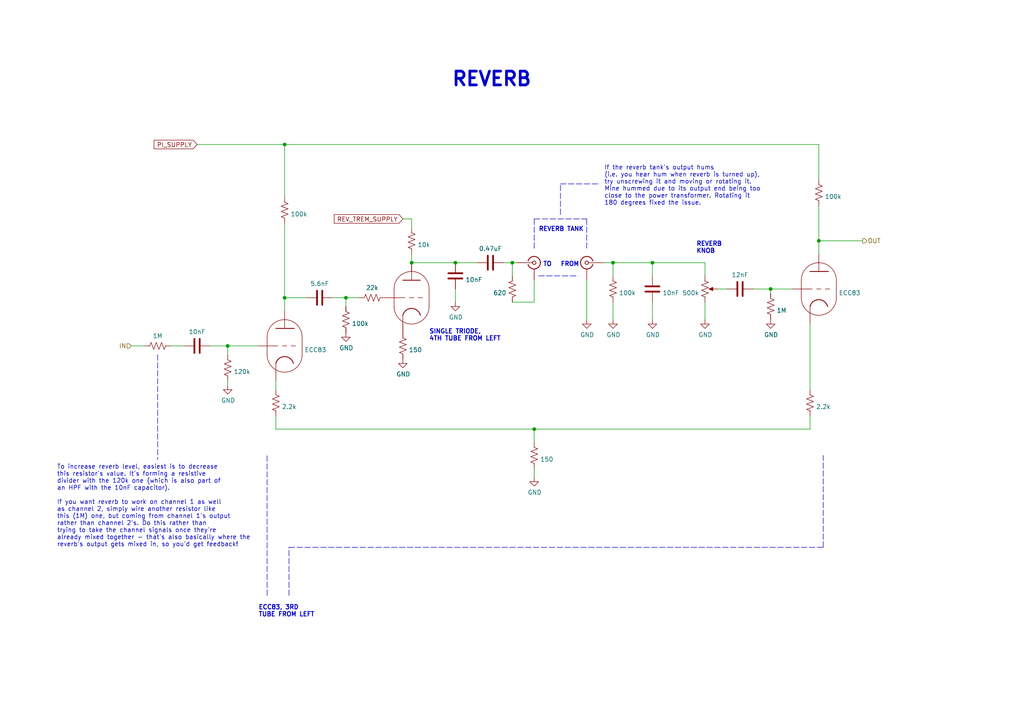
<source format=kicad_sch>
(kicad_sch (version 20211123) (generator eeschema)
  (paper "A4")
  (lib_symbols
    (symbol "Conn_Coaxial_1" (pin_numbers hide) (pin_names (offset 1.016) hide)
      (property "Reference" "J" (at 0.254 3.048 0))
      (property "Value" "Conn_Coaxial_1" (at 2.921 0 90))
      (symbol "Conn_Coaxial_1_0_1"
        (arc (start -1.778 -0.508) (mid 0.222 -1.808) (end 1.778 0) (stroke (width 0.254)))
        (polyline (pts (xy -2.54 0) (xy -0.508 0)))
        (polyline (pts (xy 0 -2.54) (xy 0 -1.778)))
        (circle (center 0 0) (radius 0.508) (stroke (width 0.2032)))
        (arc (start 1.778 0) (mid 0.222 1.8083) (end -1.778 0.508) (stroke (width 0.254)))
      )
      (symbol "Conn_Coaxial_1_1_1"
        (pin passive line (at -5.08 0 0) (length 2.54) (name "In") (number "1"))
        (pin passive line (at 0 -5.08 90) (length 2.54) (name "Ext") (number "2"))
      )
    )
    (symbol "Connector:Conn_Coaxial" (pin_numbers hide) (pin_names (offset 1.016) hide)
      (property "Reference" "J" (at 0.254 3.048 0))
      (property "Value" "Conn_Coaxial" (at 2.921 0 90))
      (symbol "Conn_Coaxial_0_1"
        (arc (start -1.778 -0.508) (mid 0.222 -1.808) (end 1.778 0) (stroke (width 0.254)))
        (polyline (pts (xy -2.54 0) (xy -0.508 0)))
        (polyline (pts (xy 0 -2.54) (xy 0 -1.778)))
        (circle (center 0 0) (radius 0.508) (stroke (width 0.2032)))
        (arc (start 1.778 0) (mid 0.222 1.8083) (end -1.778 0.508) (stroke (width 0.254)))
      )
      (symbol "Conn_Coaxial_1_1"
        (pin passive line (at -5.08 0 0) (length 2.54) (name "In") (number "1"))
        (pin passive line (at 0 -5.08 90) (length 2.54) (name "Ext") (number "2"))
      )
    )
    (symbol "Device:C" (pin_numbers hide) (pin_names (offset 0.254))
      (property "Reference" "C" (at 0.635 2.54 0))
      (property "Value" "C" (at 0.635 -2.54 0))
      (symbol "C_0_1"
        (polyline (pts (xy -2.032 -0.762) (xy 2.032 -0.762)) (stroke (width 0.508)))
        (polyline (pts (xy -2.032 0.762) (xy 2.032 0.762)) (stroke (width 0.508)))
      )
      (symbol "C_1_1"
        (pin passive line (at 0 3.81 270) (length 2.794) (name "~") (number "1"))
        (pin passive line (at 0 -3.81 90) (length 2.794) (name "~") (number "2"))
      )
    )
    (symbol "Device:R_POT_US" (pin_numbers hide) (pin_names (offset 1.016) hide)
      (property "Reference" "RV" (at -4.445 0 90))
      (property "Value" "Device_R_POT_US" (at -2.54 0 90))
      (symbol "R_POT_US_0_1"
        (polyline (pts (xy 0 -2.286) (xy 0 -2.54)))
        (polyline (pts (xy 0 2.54) (xy 0 2.286)))
        (polyline (pts (xy 2.54 0) (xy 1.524 0)))
        (polyline (pts (xy 1.143 0) (xy 2.286 0.508) (xy 2.286 -0.508) (xy 1.143 0)) (fill (type outline)))
        (polyline (pts (xy 0 -0.762) (xy 1.016 -1.143) (xy 0 -1.524) (xy -1.016 -1.905) (xy 0 -2.286)))
        (polyline (pts (xy 0 0.762) (xy 1.016 0.381) (xy 0 0) (xy -1.016 -0.381) (xy 0 -0.762)))
        (polyline (pts (xy 0 2.286) (xy 1.016 1.905) (xy 0 1.524) (xy -1.016 1.143) (xy 0 0.762)))
      )
      (symbol "R_POT_US_1_1"
        (pin passive line (at 0 3.81 270) (length 1.27) (name "1") (number "1"))
        (pin passive line (at 3.81 0 180) (length 1.27) (name "2") (number "2"))
        (pin passive line (at 0 -3.81 90) (length 1.27) (name "3") (number "3"))
      )
    )
    (symbol "Device:R_US" (pin_numbers hide) (pin_names (offset 0))
      (property "Reference" "R" (at 2.54 0 90))
      (property "Value" "R_US" (at -2.54 0 90))
      (symbol "R_US_0_1"
        (polyline (pts (xy 0 -2.286) (xy 0 -2.54)))
        (polyline (pts (xy 0 2.286) (xy 0 2.54)))
        (polyline (pts (xy 0 -0.762) (xy 1.016 -1.143) (xy 0 -1.524) (xy -1.016 -1.905) (xy 0 -2.286)))
        (polyline (pts (xy 0 0.762) (xy 1.016 0.381) (xy 0 0) (xy -1.016 -0.381) (xy 0 -0.762)))
        (polyline (pts (xy 0 2.286) (xy 1.016 1.905) (xy 0 1.524) (xy -1.016 1.143) (xy 0 0.762)))
      )
      (symbol "R_US_1_1"
        (pin passive line (at 0 3.81 270) (length 1.27) (name "~") (number "1"))
        (pin passive line (at 0 -3.81 90) (length 1.27) (name "~") (number "2"))
      )
    )
    (symbol "ECC83_1" (pin_numbers hide) (pin_names (offset 0) hide)
      (property "Reference" "U" (at 3.302 7.874 0))
      (property "Value" "ECC83_1" (at 8.89 -7.62 0))
      (symbol "ECC83_1_0_1"
        (arc (start -5.08 -2.54) (mid 0 -7.62) (end 5.08 -2.54))
        (polyline (pts (xy 5.08 2.54) (xy 5.08 -2.54)))
        (polyline (pts (xy -5.08 2.54) (xy -5.08 -2.54) (xy -5.08 -2.54)))
        (arc (start 5.08 2.54) (mid 0 7.62) (end -5.08 2.54))
      )
      (symbol "ECC83_1_1_0"
        (polyline (pts (xy -2.54 -5.08) (xy -2.54 -7.62)))
        (polyline (pts (xy 0 5.08) (xy 0 7.62)))
      )
      (symbol "ECC83_1_1_1"
        (polyline (pts (xy -5.08 0) (xy -3.175 0)))
        (polyline (pts (xy -1.905 0) (xy -3.175 0)) (stroke (width 0.1524)))
        (polyline (pts (xy -0.635 0) (xy 0.635 0)) (stroke (width 0.1524)))
        (polyline (pts (xy 1.905 0) (xy 3.175 0)) (stroke (width 0.1524)))
        (polyline (pts (xy -2.54 5.08) (xy 2.794 5.08) (xy 2.794 5.08)) (stroke (width 0.254)))
        (arc (start 2.54 -5.08) (mid 0 -3.0968) (end -2.54 -5.08) (stroke (width 0.254)))
        (pin output line (at 0 10.16 270) (length 2.54) (name "A") (number "6"))
        (pin input line (at -7.62 0 0) (length 2.54) (name "G") (number "7"))
        (pin bidirectional line (at -2.54 -10.16 90) (length 2.54) (name "K") (number "8"))
      )
      (symbol "ECC83_1_2_0"
        (polyline (pts (xy -2.54 -5.08) (xy -2.54 -7.62)))
        (polyline (pts (xy 0 5.08) (xy 0 7.62)))
      )
      (symbol "ECC83_1_2_1"
        (polyline (pts (xy -5.08 0) (xy -3.175 0)))
        (polyline (pts (xy -1.905 0) (xy -3.175 0)) (stroke (width 0.1524)))
        (polyline (pts (xy -0.635 0) (xy 0.635 0)) (stroke (width 0.1524)))
        (polyline (pts (xy 1.905 0) (xy 3.175 0)) (stroke (width 0.1524)))
        (polyline (pts (xy -2.54 5.08) (xy 2.794 5.08) (xy 2.794 5.08)) (stroke (width 0.254)))
        (arc (start 2.54 -5.08) (mid 0 -3.0968) (end -2.54 -5.08) (stroke (width 0.254)))
        (pin output line (at 0 10.16 270) (length 2.54) (name "A") (number "1"))
        (pin input line (at -7.62 0 0) (length 2.54) (name "G") (number "2"))
        (pin bidirectional line (at -2.54 -10.16 90) (length 2.54) (name "K") (number "3"))
      )
      (symbol "ECC83_1_3_1"
        (arc (start 0 -6.35) (mid -1.27 -5.5651) (end -2.54 -6.35))
        (arc (start 2.54 -6.35) (mid 1.27 -5.5651) (end 0 -6.35))
        (pin power_in line (at -2.54 -11.43 90) (length 5.08) (name "F1") (number "4"))
        (pin power_in line (at 2.54 -11.43 90) (length 5.08) (name "F1") (number "5"))
        (pin power_in line (at 0 -11.43 90) (length 5.08) (name "F2") (number "9"))
      )
    )
    (symbol "Valve:EC92" (pin_numbers hide) (pin_names (offset 0) hide)
      (property "Reference" "U" (at 3.048 7.874 0))
      (property "Value" "EC92" (at 4.318 -8.128 0))
      (symbol "EC92_0_1"
        (arc (start -5.08 -2.54) (mid 0 -7.62) (end 5.08 -2.54))
        (polyline (pts (xy 5.08 2.54) (xy 5.08 -2.54)))
        (polyline (pts (xy -5.08 2.54) (xy -5.08 -2.54) (xy -5.08 -2.54)))
        (arc (start 5.08 2.54) (mid 0 7.62) (end -5.08 2.54))
      )
      (symbol "EC92_1_0"
        (polyline (pts (xy -2.54 -5.08) (xy -2.54 -7.62)))
        (polyline (pts (xy -1.905 0) (xy -3.175 0)) (stroke (width 0.1524)))
        (polyline (pts (xy -0.635 0) (xy 0.635 0)) (stroke (width 0.1524)))
        (polyline (pts (xy 0 5.08) (xy 0 7.62)))
        (polyline (pts (xy 1.905 0) (xy 3.175 0)) (stroke (width 0.1524)))
      )
      (symbol "EC92_1_1"
        (polyline (pts (xy -5.08 0) (xy -3.175 0)))
        (polyline (pts (xy -2.54 5.08) (xy 2.54 5.08) (xy 2.54 5.08)) (stroke (width 0.254)))
        (arc (start 2.54 -5.08) (mid 0 -3.0968) (end -2.54 -5.08) (stroke (width 0.254)))
        (pin output line (at 0 10.16 270) (length 2.54) (name "A") (number "1"))
        (pin input line (at -7.62 0 0) (length 2.54) (name "G") (number "6"))
        (pin bidirectional line (at -2.54 -10.16 90) (length 2.54) (name "K") (number "7"))
      )
      (symbol "EC92_2_1"
        (arc (start 2.54 -6.35) (mid 0 -5.1292) (end -2.54 -6.35))
        (pin power_in line (at -2.54 -8.89 90) (length 2.54) (name "F1") (number "3"))
        (pin power_in line (at 2.54 -8.89 90) (length 2.54) (name "F2") (number "4"))
      )
    )
    (symbol "Valve:ECC83" (pin_numbers hide) (pin_names (offset 0) hide)
      (property "Reference" "U" (at 3.302 7.874 0))
      (property "Value" "ECC83" (at 8.89 -7.62 0))
      (symbol "ECC83_0_1"
        (arc (start -5.08 -2.54) (mid 0 -7.62) (end 5.08 -2.54))
        (polyline (pts (xy 5.08 2.54) (xy 5.08 -2.54)))
        (polyline (pts (xy -5.08 2.54) (xy -5.08 -2.54) (xy -5.08 -2.54)))
        (arc (start 5.08 2.54) (mid 0 7.62) (end -5.08 2.54))
      )
      (symbol "ECC83_1_0"
        (polyline (pts (xy -2.54 -5.08) (xy -2.54 -7.62)))
        (polyline (pts (xy 0 5.08) (xy 0 7.62)))
      )
      (symbol "ECC83_1_1"
        (polyline (pts (xy -5.08 0) (xy -3.175 0)))
        (polyline (pts (xy -1.905 0) (xy -3.175 0)) (stroke (width 0.1524)))
        (polyline (pts (xy -0.635 0) (xy 0.635 0)) (stroke (width 0.1524)))
        (polyline (pts (xy 1.905 0) (xy 3.175 0)) (stroke (width 0.1524)))
        (polyline (pts (xy -2.54 5.08) (xy 2.794 5.08) (xy 2.794 5.08)) (stroke (width 0.254)))
        (arc (start 2.54 -5.08) (mid 0 -3.0968) (end -2.54 -5.08) (stroke (width 0.254)))
        (pin output line (at 0 10.16 270) (length 2.54) (name "A") (number "6"))
        (pin input line (at -7.62 0 0) (length 2.54) (name "G") (number "7"))
        (pin bidirectional line (at -2.54 -10.16 90) (length 2.54) (name "K") (number "8"))
      )
      (symbol "ECC83_2_0"
        (polyline (pts (xy -2.54 -5.08) (xy -2.54 -7.62)))
        (polyline (pts (xy 0 5.08) (xy 0 7.62)))
      )
      (symbol "ECC83_2_1"
        (polyline (pts (xy -5.08 0) (xy -3.175 0)))
        (polyline (pts (xy -1.905 0) (xy -3.175 0)) (stroke (width 0.1524)))
        (polyline (pts (xy -0.635 0) (xy 0.635 0)) (stroke (width 0.1524)))
        (polyline (pts (xy 1.905 0) (xy 3.175 0)) (stroke (width 0.1524)))
        (polyline (pts (xy -2.54 5.08) (xy 2.794 5.08) (xy 2.794 5.08)) (stroke (width 0.254)))
        (arc (start 2.54 -5.08) (mid 0 -3.0968) (end -2.54 -5.08) (stroke (width 0.254)))
        (pin output line (at 0 10.16 270) (length 2.54) (name "A") (number "1"))
        (pin input line (at -7.62 0 0) (length 2.54) (name "G") (number "2"))
        (pin bidirectional line (at -2.54 -10.16 90) (length 2.54) (name "K") (number "3"))
      )
      (symbol "ECC83_3_1"
        (arc (start 0 -6.35) (mid -1.27 -5.5651) (end -2.54 -6.35))
        (arc (start 2.54 -6.35) (mid 1.27 -5.5651) (end 0 -6.35))
        (pin power_in line (at -2.54 -11.43 90) (length 5.08) (name "F1") (number "4"))
        (pin power_in line (at 2.54 -11.43 90) (length 5.08) (name "F1") (number "5"))
        (pin power_in line (at 0 -11.43 90) (length 5.08) (name "F2") (number "9"))
      )
    )
    (symbol "power:GND" (power) (pin_names (offset 0))
      (property "Value" "GND" (at 0 -3.81 0))
      (symbol "GND_0_1"
        (polyline (pts (xy 0 0) (xy 0 -1.27) (xy 1.27 -1.27) (xy 0 -2.54) (xy -1.27 -1.27) (xy 0 -1.27)))
      )
      (symbol "GND_1_1"
        (pin power_in line (at 0 0 270) (length 0) hide (name "GND") (number "1"))
      )
    )
  )
  (junction (at 66.04 100.33))
  (junction (at 132.08 76.2))
  (junction (at 237.49 69.85))
  (junction (at 189.23 76.2))
  (junction (at 100.33 86.36))
  (junction (at 148.59 76.2))
  (junction (at 223.52 83.82))
  (junction (at 177.8 76.2))
  (junction (at 154.94 124.46))
  (junction (at 82.55 41.91))
  (junction (at 119.38 76.2))
  (junction (at 82.55 86.36))
  (wire (pts (xy 96.52 86.36) (xy 100.33 86.36)))
  (polyline (pts (xy 156.21 80.01) (xy 167.64 80.01)))
  (wire (pts (xy 154.94 128.27) (xy 154.94 124.46)))
  (wire (pts (xy 119.38 73.66) (xy 119.38 76.2)))
  (wire (pts (xy 138.43 76.2) (xy 132.08 76.2)))
  (wire (pts (xy 66.04 111.76) (xy 66.04 110.49)))
  (wire (pts (xy 189.23 76.2) (xy 189.23 80.01)))
  (wire (pts (xy 80.01 113.03) (xy 80.01 110.49)))
  (wire (pts (xy 237.49 69.85) (xy 237.49 59.69)))
  (polyline (pts (xy 238.76 158.75) (xy 238.76 132.08)))
  (wire (pts (xy 60.96 100.33) (xy 66.04 100.33)))
  (polyline (pts (xy 154.94 63.5) (xy 170.18 63.5)))
  (polyline (pts (xy 170.18 63.5) (xy 170.18 72.39)))
  (wire (pts (xy 116.84 63.5) (xy 119.38 63.5)))
  (wire (pts (xy 80.01 124.46) (xy 154.94 124.46)))
  (wire (pts (xy 148.59 76.2) (xy 149.86 76.2)))
  (wire (pts (xy 57.15 41.91) (xy 82.55 41.91)))
  (polyline (pts (xy 77.47 172.72) (xy 77.47 132.08)))
  (wire (pts (xy 237.49 41.91) (xy 82.55 41.91)))
  (polyline (pts (xy 83.82 172.72) (xy 83.82 158.75)))
  (polyline (pts (xy 162.56 62.23) (xy 162.56 53.34)))
  (wire (pts (xy 148.59 87.63) (xy 154.94 87.63)))
  (wire (pts (xy 154.94 138.43) (xy 154.94 135.89)))
  (wire (pts (xy 146.05 76.2) (xy 148.59 76.2)))
  (wire (pts (xy 223.52 83.82) (xy 229.87 83.82)))
  (wire (pts (xy 177.8 76.2) (xy 175.26 76.2)))
  (wire (pts (xy 218.44 83.82) (xy 223.52 83.82)))
  (wire (pts (xy 66.04 102.87) (xy 66.04 100.33)))
  (wire (pts (xy 82.55 64.77) (xy 82.55 86.36)))
  (wire (pts (xy 210.82 83.82) (xy 208.28 83.82)))
  (wire (pts (xy 250.19 69.85) (xy 237.49 69.85)))
  (wire (pts (xy 234.95 113.03) (xy 234.95 93.98)))
  (wire (pts (xy 204.47 92.71) (xy 204.47 87.63)))
  (wire (pts (xy 234.95 120.65) (xy 234.95 124.46)))
  (polyline (pts (xy 45.72 102.87) (xy 45.72 133.35)))
  (wire (pts (xy 177.8 92.71) (xy 177.8 87.63)))
  (polyline (pts (xy 83.82 158.75) (xy 238.76 158.75)))
  (wire (pts (xy 170.18 92.71) (xy 170.18 81.28)))
  (polyline (pts (xy 154.94 63.5) (xy 154.94 72.39)))
  (wire (pts (xy 189.23 92.71) (xy 189.23 87.63)))
  (polyline (pts (xy 162.56 53.34) (xy 173.99 53.34)))
  (wire (pts (xy 82.55 86.36) (xy 82.55 90.17)))
  (wire (pts (xy 223.52 85.09) (xy 223.52 83.82)))
  (wire (pts (xy 38.1 100.33) (xy 41.91 100.33)))
  (wire (pts (xy 204.47 76.2) (xy 189.23 76.2)))
  (wire (pts (xy 154.94 124.46) (xy 234.95 124.46)))
  (wire (pts (xy 104.14 86.36) (xy 100.33 86.36)))
  (wire (pts (xy 119.38 63.5) (xy 119.38 66.04)))
  (wire (pts (xy 49.53 100.33) (xy 53.34 100.33)))
  (wire (pts (xy 66.04 100.33) (xy 74.93 100.33)))
  (wire (pts (xy 177.8 76.2) (xy 189.23 76.2)))
  (wire (pts (xy 237.49 73.66) (xy 237.49 69.85)))
  (wire (pts (xy 80.01 124.46) (xy 80.01 120.65)))
  (wire (pts (xy 132.08 87.63) (xy 132.08 83.82)))
  (wire (pts (xy 132.08 76.2) (xy 119.38 76.2)))
  (wire (pts (xy 154.94 87.63) (xy 154.94 81.28)))
  (wire (pts (xy 82.55 41.91) (xy 82.55 57.15)))
  (wire (pts (xy 204.47 80.01) (xy 204.47 76.2)))
  (wire (pts (xy 88.9 86.36) (xy 82.55 86.36)))
  (wire (pts (xy 148.59 80.01) (xy 148.59 76.2)))
  (wire (pts (xy 100.33 86.36) (xy 100.33 88.9)))
  (wire (pts (xy 177.8 80.01) (xy 177.8 76.2)))
  (wire (pts (xy 237.49 52.07) (xy 237.49 41.91)))
  (text "To increase reverb level, easiest is to decrease\nthis resistor's value. It's forming a resistive\ndivider with the 120k one (which is also part of\nan HPF with the 10nF capacitor).\n\nIf you want reverb to work on channel 1 as well\nas channel 2, simply wire another resistor like\nthis (1M) one, but coming from channel 1's output\nrather than channel 2's. Do this rather than\ntrying to take the channel signals once they're\nalready mixed together - that's also basically where the\nreverb's output gets mixed in, so you'd get feedback!" (at 16.51 158.75 0) (effects (font (size 1.27 1.27)) (justify left bottom)))
  (text "If the reverb tank's output hums\n(i.e. you hear hum when reverb is turned up),\ntry unscrewing it and moving or rotating it.\nMine hummed due to its output end being too\nclose to the power transformer. Rotating it\n180 degrees fixed the issue." (at 175.26 59.69 0) (effects (font (size 1.27 1.27)) (justify left bottom)))
  (text "REVERB TANK" (at 156.21 67.31 0) (effects (font (size 1.27 1.27) (thickness 0.254) bold) (justify left bottom)))
  (text "TO" (at 157.48 77.47 0) (effects (font (size 1.27 1.27) (thickness 0.254) bold) (justify left bottom)))
  (text "ECC83, 3RD\nTUBE FROM LEFT" (at 74.93 179.07 0) (effects (font (size 1.27 1.27) (thickness 0.254) bold) (justify left bottom)))
  (text "FROM" (at 162.56 77.47 0) (effects (font (size 1.27 1.27) (thickness 0.254) bold) (justify left bottom)))
  (text "SINGLE TRIODE,\n4TH TUBE FROM LEFT" (at 124.46 99.06 0) (effects (font (size 1.27 1.27) (thickness 0.254) bold) (justify left bottom)))
  (text "REVERB" (at 130.81 25.4 0) (effects (font (size 3.9878 3.9878) (thickness 0.7976) bold) (justify left bottom)))
  (text "REVERB\nKNOB" (at 201.93 73.66 0) (effects (font (size 1.27 1.27) (thickness 0.254) bold) (justify left bottom)))
  (global_label "REV_TREM_SUPPLY" (shape input) (at 116.84 63.5 180) (property "Intersheet References" "${INTERSHEET_REFS}" (effects hide)))
  (global_label "PI_SUPPLY" (shape input) (at 57.15 41.91 180) (property "Intersheet References" "${INTERSHEET_REFS}" (effects hide)))
  (hierarchical_label "OUT" (shape output) (at 250.19 69.85 0))
  (hierarchical_label "IN" (shape input) (at 38.1 100.33 180))
  (symbol (lib_id "Valve:ECC83") (at 237.49 83.82 0) (unit 1)
    (property "Reference" "U?" (effects hide))
    (property "Value" "ECC83" (at 243.2812 84.963 0) (effects (justify left)))
    (property "Footprint" "Valve:Valve_Noval_P" (effects hide))
    (property "Datasheet" "http://www.r-type.org/pdfs/ecc83.pdf" (effects hide))
  )
  (symbol (lib_id "Device:R_US") (at 237.49 55.88 180) (unit 1)
    (property "Reference" "R?" (effects hide))
    (property "Value" "100k" (at 239.2172 57.023 0) (effects (justify right)))
  )
  (symbol (lib_id "Device:R_US") (at 234.95 116.84 180) (unit 1)
    (property "Reference" "R?" (effects hide))
    (property "Value" "2.2k" (at 236.6772 117.983 0) (effects (justify right)))
  )
  (symbol (lib_id "Device:R_US") (at 223.52 88.9 180) (unit 1)
    (property "Reference" "R?" (effects hide))
    (property "Value" "1M" (at 225.2472 90.043 0) (effects (justify right)))
  )
  (symbol (lib_id "power:GND") (at 223.52 92.71 0) (unit 1)
    (property "Reference" "#PWR?" (effects hide))
    (property "Value" "GND" (at 223.647 97.1042 0))
  )
  (symbol (lib_id "Device:C") (at 214.63 83.82 270) (unit 1)
    (property "Reference" "C?" (effects hide))
    (property "Value" "12nF" (at 214.63 79.7306 90))
  )
  (symbol (lib_id "Device:R_POT_US") (at 204.47 83.82 0) (unit 1)
    (property "Reference" "RV?" (effects hide))
    (property "Value" "500k" (at 202.7428 84.963 0) (effects (justify right)))
  )
  (symbol (lib_id "power:GND") (at 204.47 92.71 0) (unit 1)
    (property "Reference" "#PWR?" (effects hide))
    (property "Value" "GND" (at 204.597 97.1042 0))
  )
  (symbol (lib_id "Device:C") (at 189.23 83.82 0) (unit 1)
    (property "Reference" "C?" (effects hide))
    (property "Value" "10nF" (at 192.151 84.963 0) (effects (justify left)))
  )
  (symbol (lib_id "power:GND") (at 189.23 92.71 0) (unit 1)
    (property "Reference" "#PWR?" (effects hide))
    (property "Value" "GND" (at 189.357 97.1042 0))
  )
  (symbol (lib_id "Device:R_US") (at 177.8 83.82 180) (unit 1)
    (property "Reference" "R?" (effects hide))
    (property "Value" "100k" (at 179.5272 84.963 0) (effects (justify right)))
  )
  (symbol (lib_id "power:GND") (at 177.8 92.71 0) (unit 1)
    (property "Reference" "#PWR?" (effects hide))
    (property "Value" "GND" (at 177.927 97.1042 0))
  )
  (symbol (lib_id "Connector:Conn_Coaxial") (at 170.18 76.2 0) (mirror y) (unit 1)
    (property "Reference" "J?" (effects hide))
    (property "Value" "Conn_Coaxial" (effects hide))
    (property "Datasheet" " ~" (effects hide))
  )
  (symbol (lib_id "power:GND") (at 170.18 92.71 0) (unit 1)
    (property "Reference" "#PWR?" (effects hide))
    (property "Value" "GND" (at 170.307 97.1042 0))
  )
  (symbol (lib_name "ECC83_1") (lib_id "Valve:ECC83") (at 82.55 100.33 0) (unit 2)
    (property "Reference" "U?" (effects hide))
    (property "Value" "ECC83" (at 88.3412 101.473 0) (effects (justify left)))
    (property "Footprint" "Valve:Valve_Noval_P" (effects hide))
    (property "Datasheet" "http://www.r-type.org/pdfs/ecc83.pdf" (effects hide))
  )
  (symbol (lib_id "Device:R_US") (at 82.55 60.96 180) (unit 1)
    (property "Reference" "R?" (effects hide))
    (property "Value" "100k" (at 84.2772 62.103 0) (effects (justify right)))
  )
  (symbol (lib_id "Device:R_US") (at 80.01 116.84 180) (unit 1)
    (property "Reference" "R?" (effects hide))
    (property "Value" "2.2k" (at 81.7372 117.983 0) (effects (justify right)))
  )
  (symbol (lib_id "Device:R_US") (at 154.94 132.08 180) (unit 1)
    (property "Reference" "R?" (effects hide))
    (property "Value" "150" (at 156.6672 133.223 0) (effects (justify right)))
  )
  (symbol (lib_id "power:GND") (at 154.94 138.43 0) (unit 1)
    (property "Reference" "#PWR?" (effects hide))
    (property "Value" "GND" (at 155.067 142.8242 0))
  )
  (symbol (lib_id "Device:R_US") (at 45.72 100.33 270) (unit 1)
    (property "Reference" "R?" (effects hide))
    (property "Value" "1M" (at 45.72 97.4344 90))
  )
  (symbol (lib_id "Device:C") (at 57.15 100.33 270) (unit 1)
    (property "Reference" "C?" (effects hide))
    (property "Value" "10nF" (at 57.15 96.2406 90))
  )
  (symbol (lib_id "Device:R_US") (at 66.04 106.68 180) (unit 1)
    (property "Reference" "R?" (effects hide))
    (property "Value" "120k" (at 67.7672 107.823 0) (effects (justify right)))
  )
  (symbol (lib_id "power:GND") (at 66.04 111.76 0) (unit 1)
    (property "Reference" "#PWR?" (effects hide))
    (property "Value" "GND" (at 66.167 116.1542 0))
  )
  (symbol (lib_id "Device:C") (at 92.71 86.36 270) (unit 1)
    (property "Reference" "C?" (effects hide))
    (property "Value" "5.6nF" (at 92.71 82.2706 90))
  )
  (symbol (lib_id "Device:R_US") (at 100.33 92.71 180) (unit 1)
    (property "Reference" "R?" (effects hide))
    (property "Value" "100k" (at 102.0572 93.853 0) (effects (justify right)))
  )
  (symbol (lib_id "power:GND") (at 100.33 96.52 0) (unit 1)
    (property "Reference" "#PWR?" (effects hide))
    (property "Value" "GND" (at 100.457 100.9142 0))
  )
  (symbol (lib_id "Device:R_US") (at 107.95 86.36 270) (unit 1)
    (property "Reference" "R?" (effects hide))
    (property "Value" "22k" (at 107.95 83.4644 90))
  )
  (symbol (lib_id "Valve:EC92") (at 119.38 86.36 0) (unit 1)
    (property "Reference" "U?" (effects hide))
    (property "Value" "EC92" (effects hide))
    (property "Footprint" "Valve:Valve_Mini_P" (effects hide))
    (property "Datasheet" "http://www.r-type.org/pdfs/ec92.pdf" (effects hide))
  )
  (symbol (lib_id "Device:R_US") (at 116.84 100.33 180) (unit 1)
    (property "Reference" "R?" (effects hide))
    (property "Value" "150" (at 118.5672 101.473 0) (effects (justify right)))
  )
  (symbol (lib_id "power:GND") (at 116.84 104.14 0) (unit 1)
    (property "Reference" "#PWR?" (effects hide))
    (property "Value" "GND" (at 116.967 108.5342 0))
  )
  (symbol (lib_id "Device:R_US") (at 119.38 69.85 180) (unit 1)
    (property "Reference" "R?" (effects hide))
    (property "Value" "10k" (at 121.1072 70.993 0) (effects (justify right)))
  )
  (symbol (lib_id "Device:C") (at 132.08 80.01 0) (unit 1)
    (property "Reference" "C?" (effects hide))
    (property "Value" "10nF" (at 135.001 81.153 0) (effects (justify left)))
  )
  (symbol (lib_id "power:GND") (at 132.08 87.63 0) (unit 1)
    (property "Reference" "#PWR?" (effects hide))
    (property "Value" "GND" (at 132.207 92.0242 0))
  )
  (symbol (lib_id "Device:C") (at 142.24 76.2 270) (unit 1)
    (property "Reference" "C?" (effects hide))
    (property "Value" "0.47uF" (at 142.24 72.1106 90))
  )
  (symbol (lib_name "Conn_Coaxial_1") (lib_id "Connector:Conn_Coaxial") (at 154.94 76.2 0) (unit 1)
    (property "Reference" "J?" (effects hide))
    (property "Value" "Conn_Coaxial" (effects hide))
    (property "Datasheet" " ~" (effects hide))
  )
  (symbol (lib_id "Device:R_US") (at 148.59 83.82 0) (mirror x) (unit 1)
    (property "Reference" "R?" (effects hide))
    (property "Value" "620" (at 146.8882 84.963 0) (effects (justify right)))
  )
)
</source>
